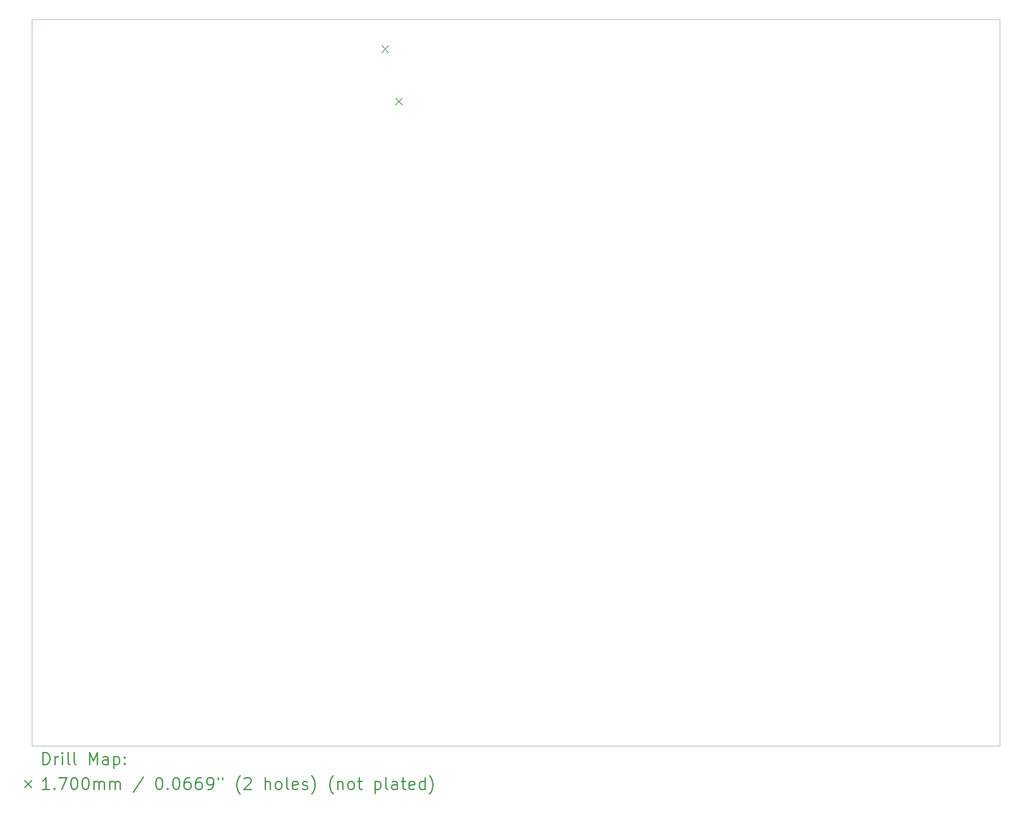
<source format=gbr>
%FSLAX45Y45*%
G04 Gerber Fmt 4.5, Leading zero omitted, Abs format (unit mm)*
G04 Created by KiCad (PCBNEW (5.1.12)-1) date 2022-08-10 22:49:00*
%MOMM*%
%LPD*%
G01*
G04 APERTURE LIST*
%TA.AperFunction,Profile*%
%ADD10C,0.050000*%
%TD*%
%ADD11C,0.200000*%
%ADD12C,0.300000*%
G04 APERTURE END LIST*
D10*
X3440236Y-21000000D02*
X27840236Y-21000000D01*
X3440236Y-2665488D02*
X27840236Y-2665488D01*
X27840236Y-2665488D02*
X27840236Y-21000000D01*
X3440236Y-2665488D02*
X3440236Y-21000000D01*
D11*
X12261000Y-3331800D02*
X12431000Y-3501800D01*
X12431000Y-3331800D02*
X12261000Y-3501800D01*
X12611000Y-4656800D02*
X12781000Y-4826800D01*
X12781000Y-4656800D02*
X12611000Y-4826800D01*
D12*
X3724164Y-21468214D02*
X3724164Y-21168214D01*
X3795593Y-21168214D01*
X3838450Y-21182500D01*
X3867022Y-21211072D01*
X3881307Y-21239643D01*
X3895593Y-21296786D01*
X3895593Y-21339643D01*
X3881307Y-21396786D01*
X3867022Y-21425357D01*
X3838450Y-21453929D01*
X3795593Y-21468214D01*
X3724164Y-21468214D01*
X4024164Y-21468214D02*
X4024164Y-21268214D01*
X4024164Y-21325357D02*
X4038450Y-21296786D01*
X4052736Y-21282500D01*
X4081307Y-21268214D01*
X4109879Y-21268214D01*
X4209879Y-21468214D02*
X4209879Y-21268214D01*
X4209879Y-21168214D02*
X4195593Y-21182500D01*
X4209879Y-21196786D01*
X4224164Y-21182500D01*
X4209879Y-21168214D01*
X4209879Y-21196786D01*
X4395593Y-21468214D02*
X4367022Y-21453929D01*
X4352736Y-21425357D01*
X4352736Y-21168214D01*
X4552736Y-21468214D02*
X4524164Y-21453929D01*
X4509879Y-21425357D01*
X4509879Y-21168214D01*
X4895593Y-21468214D02*
X4895593Y-21168214D01*
X4995593Y-21382500D01*
X5095593Y-21168214D01*
X5095593Y-21468214D01*
X5367022Y-21468214D02*
X5367022Y-21311072D01*
X5352736Y-21282500D01*
X5324164Y-21268214D01*
X5267022Y-21268214D01*
X5238450Y-21282500D01*
X5367022Y-21453929D02*
X5338450Y-21468214D01*
X5267022Y-21468214D01*
X5238450Y-21453929D01*
X5224164Y-21425357D01*
X5224164Y-21396786D01*
X5238450Y-21368214D01*
X5267022Y-21353929D01*
X5338450Y-21353929D01*
X5367022Y-21339643D01*
X5509879Y-21268214D02*
X5509879Y-21568214D01*
X5509879Y-21282500D02*
X5538450Y-21268214D01*
X5595593Y-21268214D01*
X5624164Y-21282500D01*
X5638450Y-21296786D01*
X5652736Y-21325357D01*
X5652736Y-21411072D01*
X5638450Y-21439643D01*
X5624164Y-21453929D01*
X5595593Y-21468214D01*
X5538450Y-21468214D01*
X5509879Y-21453929D01*
X5781307Y-21439643D02*
X5795593Y-21453929D01*
X5781307Y-21468214D01*
X5767022Y-21453929D01*
X5781307Y-21439643D01*
X5781307Y-21468214D01*
X5781307Y-21282500D02*
X5795593Y-21296786D01*
X5781307Y-21311072D01*
X5767022Y-21296786D01*
X5781307Y-21282500D01*
X5781307Y-21311072D01*
X3267736Y-21877500D02*
X3437736Y-22047500D01*
X3437736Y-21877500D02*
X3267736Y-22047500D01*
X3881307Y-22098214D02*
X3709879Y-22098214D01*
X3795593Y-22098214D02*
X3795593Y-21798214D01*
X3767022Y-21841072D01*
X3738450Y-21869643D01*
X3709879Y-21883929D01*
X4009879Y-22069643D02*
X4024164Y-22083929D01*
X4009879Y-22098214D01*
X3995593Y-22083929D01*
X4009879Y-22069643D01*
X4009879Y-22098214D01*
X4124164Y-21798214D02*
X4324164Y-21798214D01*
X4195593Y-22098214D01*
X4495593Y-21798214D02*
X4524164Y-21798214D01*
X4552736Y-21812500D01*
X4567022Y-21826786D01*
X4581307Y-21855357D01*
X4595593Y-21912500D01*
X4595593Y-21983929D01*
X4581307Y-22041072D01*
X4567022Y-22069643D01*
X4552736Y-22083929D01*
X4524164Y-22098214D01*
X4495593Y-22098214D01*
X4467022Y-22083929D01*
X4452736Y-22069643D01*
X4438450Y-22041072D01*
X4424164Y-21983929D01*
X4424164Y-21912500D01*
X4438450Y-21855357D01*
X4452736Y-21826786D01*
X4467022Y-21812500D01*
X4495593Y-21798214D01*
X4781307Y-21798214D02*
X4809879Y-21798214D01*
X4838450Y-21812500D01*
X4852736Y-21826786D01*
X4867022Y-21855357D01*
X4881307Y-21912500D01*
X4881307Y-21983929D01*
X4867022Y-22041072D01*
X4852736Y-22069643D01*
X4838450Y-22083929D01*
X4809879Y-22098214D01*
X4781307Y-22098214D01*
X4752736Y-22083929D01*
X4738450Y-22069643D01*
X4724164Y-22041072D01*
X4709879Y-21983929D01*
X4709879Y-21912500D01*
X4724164Y-21855357D01*
X4738450Y-21826786D01*
X4752736Y-21812500D01*
X4781307Y-21798214D01*
X5009879Y-22098214D02*
X5009879Y-21898214D01*
X5009879Y-21926786D02*
X5024164Y-21912500D01*
X5052736Y-21898214D01*
X5095593Y-21898214D01*
X5124164Y-21912500D01*
X5138450Y-21941072D01*
X5138450Y-22098214D01*
X5138450Y-21941072D02*
X5152736Y-21912500D01*
X5181307Y-21898214D01*
X5224164Y-21898214D01*
X5252736Y-21912500D01*
X5267022Y-21941072D01*
X5267022Y-22098214D01*
X5409879Y-22098214D02*
X5409879Y-21898214D01*
X5409879Y-21926786D02*
X5424164Y-21912500D01*
X5452736Y-21898214D01*
X5495593Y-21898214D01*
X5524164Y-21912500D01*
X5538450Y-21941072D01*
X5538450Y-22098214D01*
X5538450Y-21941072D02*
X5552736Y-21912500D01*
X5581307Y-21898214D01*
X5624164Y-21898214D01*
X5652736Y-21912500D01*
X5667022Y-21941072D01*
X5667022Y-22098214D01*
X6252736Y-21783929D02*
X5995593Y-22169643D01*
X6638450Y-21798214D02*
X6667022Y-21798214D01*
X6695593Y-21812500D01*
X6709879Y-21826786D01*
X6724164Y-21855357D01*
X6738450Y-21912500D01*
X6738450Y-21983929D01*
X6724164Y-22041072D01*
X6709879Y-22069643D01*
X6695593Y-22083929D01*
X6667022Y-22098214D01*
X6638450Y-22098214D01*
X6609879Y-22083929D01*
X6595593Y-22069643D01*
X6581307Y-22041072D01*
X6567022Y-21983929D01*
X6567022Y-21912500D01*
X6581307Y-21855357D01*
X6595593Y-21826786D01*
X6609879Y-21812500D01*
X6638450Y-21798214D01*
X6867022Y-22069643D02*
X6881307Y-22083929D01*
X6867022Y-22098214D01*
X6852736Y-22083929D01*
X6867022Y-22069643D01*
X6867022Y-22098214D01*
X7067022Y-21798214D02*
X7095593Y-21798214D01*
X7124164Y-21812500D01*
X7138450Y-21826786D01*
X7152736Y-21855357D01*
X7167022Y-21912500D01*
X7167022Y-21983929D01*
X7152736Y-22041072D01*
X7138450Y-22069643D01*
X7124164Y-22083929D01*
X7095593Y-22098214D01*
X7067022Y-22098214D01*
X7038450Y-22083929D01*
X7024164Y-22069643D01*
X7009879Y-22041072D01*
X6995593Y-21983929D01*
X6995593Y-21912500D01*
X7009879Y-21855357D01*
X7024164Y-21826786D01*
X7038450Y-21812500D01*
X7067022Y-21798214D01*
X7424164Y-21798214D02*
X7367022Y-21798214D01*
X7338450Y-21812500D01*
X7324164Y-21826786D01*
X7295593Y-21869643D01*
X7281307Y-21926786D01*
X7281307Y-22041072D01*
X7295593Y-22069643D01*
X7309879Y-22083929D01*
X7338450Y-22098214D01*
X7395593Y-22098214D01*
X7424164Y-22083929D01*
X7438450Y-22069643D01*
X7452736Y-22041072D01*
X7452736Y-21969643D01*
X7438450Y-21941072D01*
X7424164Y-21926786D01*
X7395593Y-21912500D01*
X7338450Y-21912500D01*
X7309879Y-21926786D01*
X7295593Y-21941072D01*
X7281307Y-21969643D01*
X7709879Y-21798214D02*
X7652736Y-21798214D01*
X7624164Y-21812500D01*
X7609879Y-21826786D01*
X7581307Y-21869643D01*
X7567022Y-21926786D01*
X7567022Y-22041072D01*
X7581307Y-22069643D01*
X7595593Y-22083929D01*
X7624164Y-22098214D01*
X7681307Y-22098214D01*
X7709879Y-22083929D01*
X7724164Y-22069643D01*
X7738450Y-22041072D01*
X7738450Y-21969643D01*
X7724164Y-21941072D01*
X7709879Y-21926786D01*
X7681307Y-21912500D01*
X7624164Y-21912500D01*
X7595593Y-21926786D01*
X7581307Y-21941072D01*
X7567022Y-21969643D01*
X7881307Y-22098214D02*
X7938450Y-22098214D01*
X7967022Y-22083929D01*
X7981307Y-22069643D01*
X8009879Y-22026786D01*
X8024164Y-21969643D01*
X8024164Y-21855357D01*
X8009879Y-21826786D01*
X7995593Y-21812500D01*
X7967022Y-21798214D01*
X7909879Y-21798214D01*
X7881307Y-21812500D01*
X7867022Y-21826786D01*
X7852736Y-21855357D01*
X7852736Y-21926786D01*
X7867022Y-21955357D01*
X7881307Y-21969643D01*
X7909879Y-21983929D01*
X7967022Y-21983929D01*
X7995593Y-21969643D01*
X8009879Y-21955357D01*
X8024164Y-21926786D01*
X8138450Y-21798214D02*
X8138450Y-21855357D01*
X8252736Y-21798214D02*
X8252736Y-21855357D01*
X8695593Y-22212500D02*
X8681307Y-22198214D01*
X8652736Y-22155357D01*
X8638450Y-22126786D01*
X8624164Y-22083929D01*
X8609879Y-22012500D01*
X8609879Y-21955357D01*
X8624164Y-21883929D01*
X8638450Y-21841072D01*
X8652736Y-21812500D01*
X8681307Y-21769643D01*
X8695593Y-21755357D01*
X8795593Y-21826786D02*
X8809879Y-21812500D01*
X8838450Y-21798214D01*
X8909879Y-21798214D01*
X8938450Y-21812500D01*
X8952736Y-21826786D01*
X8967022Y-21855357D01*
X8967022Y-21883929D01*
X8952736Y-21926786D01*
X8781307Y-22098214D01*
X8967022Y-22098214D01*
X9324164Y-22098214D02*
X9324164Y-21798214D01*
X9452736Y-22098214D02*
X9452736Y-21941072D01*
X9438450Y-21912500D01*
X9409879Y-21898214D01*
X9367022Y-21898214D01*
X9338450Y-21912500D01*
X9324164Y-21926786D01*
X9638450Y-22098214D02*
X9609879Y-22083929D01*
X9595593Y-22069643D01*
X9581307Y-22041072D01*
X9581307Y-21955357D01*
X9595593Y-21926786D01*
X9609879Y-21912500D01*
X9638450Y-21898214D01*
X9681307Y-21898214D01*
X9709879Y-21912500D01*
X9724164Y-21926786D01*
X9738450Y-21955357D01*
X9738450Y-22041072D01*
X9724164Y-22069643D01*
X9709879Y-22083929D01*
X9681307Y-22098214D01*
X9638450Y-22098214D01*
X9909879Y-22098214D02*
X9881307Y-22083929D01*
X9867022Y-22055357D01*
X9867022Y-21798214D01*
X10138450Y-22083929D02*
X10109879Y-22098214D01*
X10052736Y-22098214D01*
X10024164Y-22083929D01*
X10009879Y-22055357D01*
X10009879Y-21941072D01*
X10024164Y-21912500D01*
X10052736Y-21898214D01*
X10109879Y-21898214D01*
X10138450Y-21912500D01*
X10152736Y-21941072D01*
X10152736Y-21969643D01*
X10009879Y-21998214D01*
X10267022Y-22083929D02*
X10295593Y-22098214D01*
X10352736Y-22098214D01*
X10381307Y-22083929D01*
X10395593Y-22055357D01*
X10395593Y-22041072D01*
X10381307Y-22012500D01*
X10352736Y-21998214D01*
X10309879Y-21998214D01*
X10281307Y-21983929D01*
X10267022Y-21955357D01*
X10267022Y-21941072D01*
X10281307Y-21912500D01*
X10309879Y-21898214D01*
X10352736Y-21898214D01*
X10381307Y-21912500D01*
X10495593Y-22212500D02*
X10509879Y-22198214D01*
X10538450Y-22155357D01*
X10552736Y-22126786D01*
X10567022Y-22083929D01*
X10581307Y-22012500D01*
X10581307Y-21955357D01*
X10567022Y-21883929D01*
X10552736Y-21841072D01*
X10538450Y-21812500D01*
X10509879Y-21769643D01*
X10495593Y-21755357D01*
X11038450Y-22212500D02*
X11024164Y-22198214D01*
X10995593Y-22155357D01*
X10981307Y-22126786D01*
X10967022Y-22083929D01*
X10952736Y-22012500D01*
X10952736Y-21955357D01*
X10967022Y-21883929D01*
X10981307Y-21841072D01*
X10995593Y-21812500D01*
X11024164Y-21769643D01*
X11038450Y-21755357D01*
X11152736Y-21898214D02*
X11152736Y-22098214D01*
X11152736Y-21926786D02*
X11167022Y-21912500D01*
X11195593Y-21898214D01*
X11238450Y-21898214D01*
X11267022Y-21912500D01*
X11281307Y-21941072D01*
X11281307Y-22098214D01*
X11467022Y-22098214D02*
X11438450Y-22083929D01*
X11424164Y-22069643D01*
X11409879Y-22041072D01*
X11409879Y-21955357D01*
X11424164Y-21926786D01*
X11438450Y-21912500D01*
X11467022Y-21898214D01*
X11509879Y-21898214D01*
X11538450Y-21912500D01*
X11552736Y-21926786D01*
X11567022Y-21955357D01*
X11567022Y-22041072D01*
X11552736Y-22069643D01*
X11538450Y-22083929D01*
X11509879Y-22098214D01*
X11467022Y-22098214D01*
X11652736Y-21898214D02*
X11767022Y-21898214D01*
X11695593Y-21798214D02*
X11695593Y-22055357D01*
X11709879Y-22083929D01*
X11738450Y-22098214D01*
X11767022Y-22098214D01*
X12095593Y-21898214D02*
X12095593Y-22198214D01*
X12095593Y-21912500D02*
X12124164Y-21898214D01*
X12181307Y-21898214D01*
X12209879Y-21912500D01*
X12224164Y-21926786D01*
X12238450Y-21955357D01*
X12238450Y-22041072D01*
X12224164Y-22069643D01*
X12209879Y-22083929D01*
X12181307Y-22098214D01*
X12124164Y-22098214D01*
X12095593Y-22083929D01*
X12409879Y-22098214D02*
X12381307Y-22083929D01*
X12367022Y-22055357D01*
X12367022Y-21798214D01*
X12652736Y-22098214D02*
X12652736Y-21941072D01*
X12638450Y-21912500D01*
X12609879Y-21898214D01*
X12552736Y-21898214D01*
X12524164Y-21912500D01*
X12652736Y-22083929D02*
X12624164Y-22098214D01*
X12552736Y-22098214D01*
X12524164Y-22083929D01*
X12509879Y-22055357D01*
X12509879Y-22026786D01*
X12524164Y-21998214D01*
X12552736Y-21983929D01*
X12624164Y-21983929D01*
X12652736Y-21969643D01*
X12752736Y-21898214D02*
X12867022Y-21898214D01*
X12795593Y-21798214D02*
X12795593Y-22055357D01*
X12809879Y-22083929D01*
X12838450Y-22098214D01*
X12867022Y-22098214D01*
X13081307Y-22083929D02*
X13052736Y-22098214D01*
X12995593Y-22098214D01*
X12967022Y-22083929D01*
X12952736Y-22055357D01*
X12952736Y-21941072D01*
X12967022Y-21912500D01*
X12995593Y-21898214D01*
X13052736Y-21898214D01*
X13081307Y-21912500D01*
X13095593Y-21941072D01*
X13095593Y-21969643D01*
X12952736Y-21998214D01*
X13352736Y-22098214D02*
X13352736Y-21798214D01*
X13352736Y-22083929D02*
X13324164Y-22098214D01*
X13267022Y-22098214D01*
X13238450Y-22083929D01*
X13224164Y-22069643D01*
X13209879Y-22041072D01*
X13209879Y-21955357D01*
X13224164Y-21926786D01*
X13238450Y-21912500D01*
X13267022Y-21898214D01*
X13324164Y-21898214D01*
X13352736Y-21912500D01*
X13467022Y-22212500D02*
X13481307Y-22198214D01*
X13509879Y-22155357D01*
X13524164Y-22126786D01*
X13538450Y-22083929D01*
X13552736Y-22012500D01*
X13552736Y-21955357D01*
X13538450Y-21883929D01*
X13524164Y-21841072D01*
X13509879Y-21812500D01*
X13481307Y-21769643D01*
X13467022Y-21755357D01*
M02*

</source>
